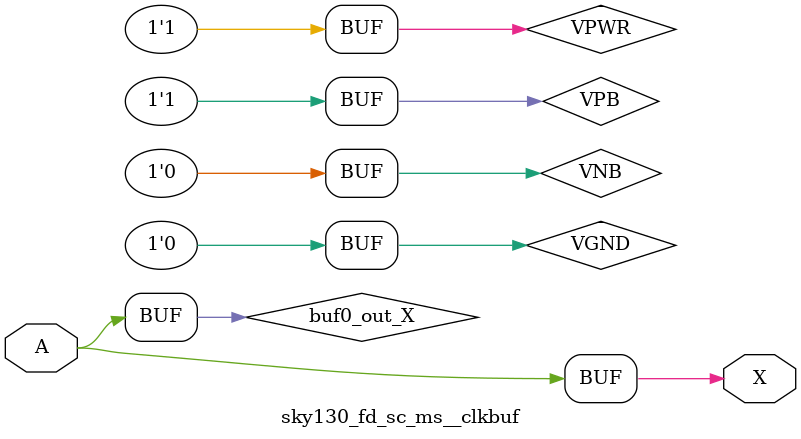
<source format=v>
/*
 * Copyright 2020 The SkyWater PDK Authors
 *
 * Licensed under the Apache License, Version 2.0 (the "License");
 * you may not use this file except in compliance with the License.
 * You may obtain a copy of the License at
 *
 *     https://www.apache.org/licenses/LICENSE-2.0
 *
 * Unless required by applicable law or agreed to in writing, software
 * distributed under the License is distributed on an "AS IS" BASIS,
 * WITHOUT WARRANTIES OR CONDITIONS OF ANY KIND, either express or implied.
 * See the License for the specific language governing permissions and
 * limitations under the License.
 *
 * SPDX-License-Identifier: Apache-2.0
*/


`ifndef SKY130_FD_SC_MS__CLKBUF_TIMING_V
`define SKY130_FD_SC_MS__CLKBUF_TIMING_V

/**
 * clkbuf: Clock tree buffer.
 *
 * Verilog simulation timing model.
 */

`timescale 1ns / 1ps
`default_nettype none

`celldefine
module sky130_fd_sc_ms__clkbuf (
    X,
    A
);

    // Module ports
    output X;
    input  A;

    // Module supplies
    supply1 VPWR;
    supply0 VGND;
    supply1 VPB ;
    supply0 VNB ;

    // Local signals
    wire buf0_out_X;

    //  Name  Output      Other arguments
    buf buf0 (buf0_out_X, A              );
    buf buf1 (X         , buf0_out_X     );

endmodule
`endcelldefine

`default_nettype wire
`endif  // SKY130_FD_SC_MS__CLKBUF_TIMING_V

</source>
